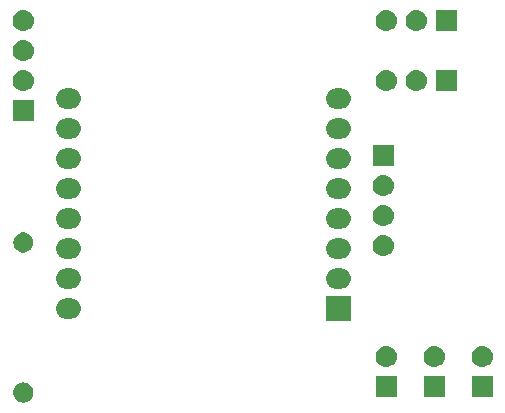
<source format=gbr>
G04 #@! TF.GenerationSoftware,KiCad,Pcbnew,(5.1.4)-1*
G04 #@! TF.CreationDate,2020-01-16T18:32:52+01:00*
G04 #@! TF.ProjectId,lumos-cache,6c756d6f-732d-4636-9163-68652e6b6963,rev?*
G04 #@! TF.SameCoordinates,Original*
G04 #@! TF.FileFunction,Soldermask,Bot*
G04 #@! TF.FilePolarity,Negative*
%FSLAX46Y46*%
G04 Gerber Fmt 4.6, Leading zero omitted, Abs format (unit mm)*
G04 Created by KiCad (PCBNEW (5.1.4)-1) date 2020-01-16 18:32:52*
%MOMM*%
%LPD*%
G04 APERTURE LIST*
%ADD10C,0.100000*%
G04 APERTURE END LIST*
D10*
G36*
X117768823Y-63931313D02*
G01*
X117929242Y-63979976D01*
X118061906Y-64050886D01*
X118077078Y-64058996D01*
X118206659Y-64165341D01*
X118313004Y-64294922D01*
X118313005Y-64294924D01*
X118392024Y-64442758D01*
X118440687Y-64603177D01*
X118457117Y-64770000D01*
X118440687Y-64936823D01*
X118392024Y-65097242D01*
X118321114Y-65229906D01*
X118313004Y-65245078D01*
X118206659Y-65374659D01*
X118077078Y-65481004D01*
X118077076Y-65481005D01*
X117929242Y-65560024D01*
X117768823Y-65608687D01*
X117643804Y-65621000D01*
X117560196Y-65621000D01*
X117435177Y-65608687D01*
X117274758Y-65560024D01*
X117126924Y-65481005D01*
X117126922Y-65481004D01*
X116997341Y-65374659D01*
X116890996Y-65245078D01*
X116882886Y-65229906D01*
X116811976Y-65097242D01*
X116763313Y-64936823D01*
X116746883Y-64770000D01*
X116763313Y-64603177D01*
X116811976Y-64442758D01*
X116890995Y-64294924D01*
X116890996Y-64294922D01*
X116997341Y-64165341D01*
X117126922Y-64058996D01*
X117142094Y-64050886D01*
X117274758Y-63979976D01*
X117435177Y-63931313D01*
X117560196Y-63919000D01*
X117643804Y-63919000D01*
X117768823Y-63931313D01*
X117768823Y-63931313D01*
G37*
G36*
X157365000Y-65163000D02*
G01*
X155563000Y-65163000D01*
X155563000Y-63361000D01*
X157365000Y-63361000D01*
X157365000Y-65163000D01*
X157365000Y-65163000D01*
G37*
G36*
X153301000Y-65163000D02*
G01*
X151499000Y-65163000D01*
X151499000Y-63361000D01*
X153301000Y-63361000D01*
X153301000Y-65163000D01*
X153301000Y-65163000D01*
G37*
G36*
X149237000Y-65163000D02*
G01*
X147435000Y-65163000D01*
X147435000Y-63361000D01*
X149237000Y-63361000D01*
X149237000Y-65163000D01*
X149237000Y-65163000D01*
G37*
G36*
X152510443Y-60827519D02*
G01*
X152576627Y-60834037D01*
X152746466Y-60885557D01*
X152902991Y-60969222D01*
X152938729Y-60998552D01*
X153040186Y-61081814D01*
X153123448Y-61183271D01*
X153152778Y-61219009D01*
X153236443Y-61375534D01*
X153287963Y-61545373D01*
X153305359Y-61722000D01*
X153287963Y-61898627D01*
X153236443Y-62068466D01*
X153152778Y-62224991D01*
X153123448Y-62260729D01*
X153040186Y-62362186D01*
X152938729Y-62445448D01*
X152902991Y-62474778D01*
X152746466Y-62558443D01*
X152576627Y-62609963D01*
X152510442Y-62616482D01*
X152444260Y-62623000D01*
X152355740Y-62623000D01*
X152289558Y-62616482D01*
X152223373Y-62609963D01*
X152053534Y-62558443D01*
X151897009Y-62474778D01*
X151861271Y-62445448D01*
X151759814Y-62362186D01*
X151676552Y-62260729D01*
X151647222Y-62224991D01*
X151563557Y-62068466D01*
X151512037Y-61898627D01*
X151494641Y-61722000D01*
X151512037Y-61545373D01*
X151563557Y-61375534D01*
X151647222Y-61219009D01*
X151676552Y-61183271D01*
X151759814Y-61081814D01*
X151861271Y-60998552D01*
X151897009Y-60969222D01*
X152053534Y-60885557D01*
X152223373Y-60834037D01*
X152289557Y-60827519D01*
X152355740Y-60821000D01*
X152444260Y-60821000D01*
X152510443Y-60827519D01*
X152510443Y-60827519D01*
G37*
G36*
X148446443Y-60827519D02*
G01*
X148512627Y-60834037D01*
X148682466Y-60885557D01*
X148838991Y-60969222D01*
X148874729Y-60998552D01*
X148976186Y-61081814D01*
X149059448Y-61183271D01*
X149088778Y-61219009D01*
X149172443Y-61375534D01*
X149223963Y-61545373D01*
X149241359Y-61722000D01*
X149223963Y-61898627D01*
X149172443Y-62068466D01*
X149088778Y-62224991D01*
X149059448Y-62260729D01*
X148976186Y-62362186D01*
X148874729Y-62445448D01*
X148838991Y-62474778D01*
X148682466Y-62558443D01*
X148512627Y-62609963D01*
X148446442Y-62616482D01*
X148380260Y-62623000D01*
X148291740Y-62623000D01*
X148225558Y-62616482D01*
X148159373Y-62609963D01*
X147989534Y-62558443D01*
X147833009Y-62474778D01*
X147797271Y-62445448D01*
X147695814Y-62362186D01*
X147612552Y-62260729D01*
X147583222Y-62224991D01*
X147499557Y-62068466D01*
X147448037Y-61898627D01*
X147430641Y-61722000D01*
X147448037Y-61545373D01*
X147499557Y-61375534D01*
X147583222Y-61219009D01*
X147612552Y-61183271D01*
X147695814Y-61081814D01*
X147797271Y-60998552D01*
X147833009Y-60969222D01*
X147989534Y-60885557D01*
X148159373Y-60834037D01*
X148225557Y-60827519D01*
X148291740Y-60821000D01*
X148380260Y-60821000D01*
X148446443Y-60827519D01*
X148446443Y-60827519D01*
G37*
G36*
X156574443Y-60827519D02*
G01*
X156640627Y-60834037D01*
X156810466Y-60885557D01*
X156966991Y-60969222D01*
X157002729Y-60998552D01*
X157104186Y-61081814D01*
X157187448Y-61183271D01*
X157216778Y-61219009D01*
X157300443Y-61375534D01*
X157351963Y-61545373D01*
X157369359Y-61722000D01*
X157351963Y-61898627D01*
X157300443Y-62068466D01*
X157216778Y-62224991D01*
X157187448Y-62260729D01*
X157104186Y-62362186D01*
X157002729Y-62445448D01*
X156966991Y-62474778D01*
X156810466Y-62558443D01*
X156640627Y-62609963D01*
X156574442Y-62616482D01*
X156508260Y-62623000D01*
X156419740Y-62623000D01*
X156353558Y-62616482D01*
X156287373Y-62609963D01*
X156117534Y-62558443D01*
X155961009Y-62474778D01*
X155925271Y-62445448D01*
X155823814Y-62362186D01*
X155740552Y-62260729D01*
X155711222Y-62224991D01*
X155627557Y-62068466D01*
X155576037Y-61898627D01*
X155558641Y-61722000D01*
X155576037Y-61545373D01*
X155627557Y-61375534D01*
X155711222Y-61219009D01*
X155740552Y-61183271D01*
X155823814Y-61081814D01*
X155925271Y-60998552D01*
X155961009Y-60969222D01*
X156117534Y-60885557D01*
X156287373Y-60834037D01*
X156353557Y-60827519D01*
X156419740Y-60821000D01*
X156508260Y-60821000D01*
X156574443Y-60827519D01*
X156574443Y-60827519D01*
G37*
G36*
X145323000Y-58709000D02*
G01*
X143221000Y-58709000D01*
X143221000Y-56607000D01*
X145323000Y-56607000D01*
X145323000Y-58709000D01*
X145323000Y-58709000D01*
G37*
G36*
X121778823Y-56819313D02*
G01*
X121939242Y-56867976D01*
X122071906Y-56938886D01*
X122087078Y-56946996D01*
X122216659Y-57053341D01*
X122323004Y-57182922D01*
X122323005Y-57182924D01*
X122402024Y-57330758D01*
X122450687Y-57491177D01*
X122467117Y-57658000D01*
X122450687Y-57824823D01*
X122402024Y-57985242D01*
X122331114Y-58117906D01*
X122323004Y-58133078D01*
X122216659Y-58262659D01*
X122087078Y-58369004D01*
X122087076Y-58369005D01*
X121939242Y-58448024D01*
X121778823Y-58496687D01*
X121653804Y-58509000D01*
X121170196Y-58509000D01*
X121045177Y-58496687D01*
X120884758Y-58448024D01*
X120736924Y-58369005D01*
X120736922Y-58369004D01*
X120607341Y-58262659D01*
X120500996Y-58133078D01*
X120492886Y-58117906D01*
X120421976Y-57985242D01*
X120373313Y-57824823D01*
X120356883Y-57658000D01*
X120373313Y-57491177D01*
X120421976Y-57330758D01*
X120500995Y-57182924D01*
X120500996Y-57182922D01*
X120607341Y-57053341D01*
X120736922Y-56946996D01*
X120752094Y-56938886D01*
X120884758Y-56867976D01*
X121045177Y-56819313D01*
X121170196Y-56807000D01*
X121653804Y-56807000D01*
X121778823Y-56819313D01*
X121778823Y-56819313D01*
G37*
G36*
X121778823Y-54279313D02*
G01*
X121939242Y-54327976D01*
X122071906Y-54398886D01*
X122087078Y-54406996D01*
X122216659Y-54513341D01*
X122323004Y-54642922D01*
X122323005Y-54642924D01*
X122402024Y-54790758D01*
X122450687Y-54951177D01*
X122467117Y-55118000D01*
X122450687Y-55284823D01*
X122402024Y-55445242D01*
X122331114Y-55577906D01*
X122323004Y-55593078D01*
X122216659Y-55722659D01*
X122087078Y-55829004D01*
X122087076Y-55829005D01*
X121939242Y-55908024D01*
X121778823Y-55956687D01*
X121653804Y-55969000D01*
X121170196Y-55969000D01*
X121045177Y-55956687D01*
X120884758Y-55908024D01*
X120736924Y-55829005D01*
X120736922Y-55829004D01*
X120607341Y-55722659D01*
X120500996Y-55593078D01*
X120492886Y-55577906D01*
X120421976Y-55445242D01*
X120373313Y-55284823D01*
X120356883Y-55118000D01*
X120373313Y-54951177D01*
X120421976Y-54790758D01*
X120500995Y-54642924D01*
X120500996Y-54642922D01*
X120607341Y-54513341D01*
X120736922Y-54406996D01*
X120752094Y-54398886D01*
X120884758Y-54327976D01*
X121045177Y-54279313D01*
X121170196Y-54267000D01*
X121653804Y-54267000D01*
X121778823Y-54279313D01*
X121778823Y-54279313D01*
G37*
G36*
X144638823Y-54279313D02*
G01*
X144799242Y-54327976D01*
X144931906Y-54398886D01*
X144947078Y-54406996D01*
X145076659Y-54513341D01*
X145183004Y-54642922D01*
X145183005Y-54642924D01*
X145262024Y-54790758D01*
X145310687Y-54951177D01*
X145327117Y-55118000D01*
X145310687Y-55284823D01*
X145262024Y-55445242D01*
X145191114Y-55577906D01*
X145183004Y-55593078D01*
X145076659Y-55722659D01*
X144947078Y-55829004D01*
X144947076Y-55829005D01*
X144799242Y-55908024D01*
X144638823Y-55956687D01*
X144513804Y-55969000D01*
X144030196Y-55969000D01*
X143905177Y-55956687D01*
X143744758Y-55908024D01*
X143596924Y-55829005D01*
X143596922Y-55829004D01*
X143467341Y-55722659D01*
X143360996Y-55593078D01*
X143352886Y-55577906D01*
X143281976Y-55445242D01*
X143233313Y-55284823D01*
X143216883Y-55118000D01*
X143233313Y-54951177D01*
X143281976Y-54790758D01*
X143360995Y-54642924D01*
X143360996Y-54642922D01*
X143467341Y-54513341D01*
X143596922Y-54406996D01*
X143612094Y-54398886D01*
X143744758Y-54327976D01*
X143905177Y-54279313D01*
X144030196Y-54267000D01*
X144513804Y-54267000D01*
X144638823Y-54279313D01*
X144638823Y-54279313D01*
G37*
G36*
X121778823Y-51739313D02*
G01*
X121939242Y-51787976D01*
X122071906Y-51858886D01*
X122087078Y-51866996D01*
X122216659Y-51973341D01*
X122323004Y-52102922D01*
X122323005Y-52102924D01*
X122402024Y-52250758D01*
X122450687Y-52411177D01*
X122467117Y-52578000D01*
X122450687Y-52744823D01*
X122402024Y-52905242D01*
X122331114Y-53037906D01*
X122323004Y-53053078D01*
X122216659Y-53182659D01*
X122087078Y-53289004D01*
X122087076Y-53289005D01*
X121939242Y-53368024D01*
X121778823Y-53416687D01*
X121653804Y-53429000D01*
X121170196Y-53429000D01*
X121045177Y-53416687D01*
X120884758Y-53368024D01*
X120736924Y-53289005D01*
X120736922Y-53289004D01*
X120607341Y-53182659D01*
X120500996Y-53053078D01*
X120492886Y-53037906D01*
X120421976Y-52905242D01*
X120373313Y-52744823D01*
X120356883Y-52578000D01*
X120373313Y-52411177D01*
X120421976Y-52250758D01*
X120500995Y-52102924D01*
X120500996Y-52102922D01*
X120607341Y-51973341D01*
X120736922Y-51866996D01*
X120752094Y-51858886D01*
X120884758Y-51787976D01*
X121045177Y-51739313D01*
X121170196Y-51727000D01*
X121653804Y-51727000D01*
X121778823Y-51739313D01*
X121778823Y-51739313D01*
G37*
G36*
X144638823Y-51739313D02*
G01*
X144799242Y-51787976D01*
X144931906Y-51858886D01*
X144947078Y-51866996D01*
X145076659Y-51973341D01*
X145183004Y-52102922D01*
X145183005Y-52102924D01*
X145262024Y-52250758D01*
X145310687Y-52411177D01*
X145327117Y-52578000D01*
X145310687Y-52744823D01*
X145262024Y-52905242D01*
X145191114Y-53037906D01*
X145183004Y-53053078D01*
X145076659Y-53182659D01*
X144947078Y-53289004D01*
X144947076Y-53289005D01*
X144799242Y-53368024D01*
X144638823Y-53416687D01*
X144513804Y-53429000D01*
X144030196Y-53429000D01*
X143905177Y-53416687D01*
X143744758Y-53368024D01*
X143596924Y-53289005D01*
X143596922Y-53289004D01*
X143467341Y-53182659D01*
X143360996Y-53053078D01*
X143352886Y-53037906D01*
X143281976Y-52905242D01*
X143233313Y-52744823D01*
X143216883Y-52578000D01*
X143233313Y-52411177D01*
X143281976Y-52250758D01*
X143360995Y-52102924D01*
X143360996Y-52102922D01*
X143467341Y-51973341D01*
X143596922Y-51866996D01*
X143612094Y-51858886D01*
X143744758Y-51787976D01*
X143905177Y-51739313D01*
X144030196Y-51727000D01*
X144513804Y-51727000D01*
X144638823Y-51739313D01*
X144638823Y-51739313D01*
G37*
G36*
X148192443Y-51429519D02*
G01*
X148258627Y-51436037D01*
X148428466Y-51487557D01*
X148584991Y-51571222D01*
X148620729Y-51600552D01*
X148722186Y-51683814D01*
X148805448Y-51785271D01*
X148834778Y-51821009D01*
X148918443Y-51977534D01*
X148969963Y-52147373D01*
X148987359Y-52324000D01*
X148969963Y-52500627D01*
X148918443Y-52670466D01*
X148834778Y-52826991D01*
X148805448Y-52862729D01*
X148722186Y-52964186D01*
X148620729Y-53047448D01*
X148584991Y-53076778D01*
X148428466Y-53160443D01*
X148258627Y-53211963D01*
X148192442Y-53218482D01*
X148126260Y-53225000D01*
X148037740Y-53225000D01*
X147971558Y-53218482D01*
X147905373Y-53211963D01*
X147735534Y-53160443D01*
X147579009Y-53076778D01*
X147543271Y-53047448D01*
X147441814Y-52964186D01*
X147358552Y-52862729D01*
X147329222Y-52826991D01*
X147245557Y-52670466D01*
X147194037Y-52500627D01*
X147176641Y-52324000D01*
X147194037Y-52147373D01*
X147245557Y-51977534D01*
X147329222Y-51821009D01*
X147358552Y-51785271D01*
X147441814Y-51683814D01*
X147543271Y-51600552D01*
X147579009Y-51571222D01*
X147735534Y-51487557D01*
X147905373Y-51436037D01*
X147971557Y-51429519D01*
X148037740Y-51423000D01*
X148126260Y-51423000D01*
X148192443Y-51429519D01*
X148192443Y-51429519D01*
G37*
G36*
X117850228Y-51251703D02*
G01*
X118005100Y-51315853D01*
X118144481Y-51408985D01*
X118263015Y-51527519D01*
X118356147Y-51666900D01*
X118420297Y-51821772D01*
X118453000Y-51986184D01*
X118453000Y-52153816D01*
X118420297Y-52318228D01*
X118356147Y-52473100D01*
X118263015Y-52612481D01*
X118144481Y-52731015D01*
X118005100Y-52824147D01*
X117850228Y-52888297D01*
X117685816Y-52921000D01*
X117518184Y-52921000D01*
X117353772Y-52888297D01*
X117198900Y-52824147D01*
X117059519Y-52731015D01*
X116940985Y-52612481D01*
X116847853Y-52473100D01*
X116783703Y-52318228D01*
X116751000Y-52153816D01*
X116751000Y-51986184D01*
X116783703Y-51821772D01*
X116847853Y-51666900D01*
X116940985Y-51527519D01*
X117059519Y-51408985D01*
X117198900Y-51315853D01*
X117353772Y-51251703D01*
X117518184Y-51219000D01*
X117685816Y-51219000D01*
X117850228Y-51251703D01*
X117850228Y-51251703D01*
G37*
G36*
X144638823Y-49199313D02*
G01*
X144799242Y-49247976D01*
X144931906Y-49318886D01*
X144947078Y-49326996D01*
X145076659Y-49433341D01*
X145183004Y-49562922D01*
X145183005Y-49562924D01*
X145262024Y-49710758D01*
X145310687Y-49871177D01*
X145327117Y-50038000D01*
X145310687Y-50204823D01*
X145262024Y-50365242D01*
X145191114Y-50497906D01*
X145183004Y-50513078D01*
X145076659Y-50642659D01*
X144947078Y-50749004D01*
X144947076Y-50749005D01*
X144799242Y-50828024D01*
X144638823Y-50876687D01*
X144513804Y-50889000D01*
X144030196Y-50889000D01*
X143905177Y-50876687D01*
X143744758Y-50828024D01*
X143596924Y-50749005D01*
X143596922Y-50749004D01*
X143467341Y-50642659D01*
X143360996Y-50513078D01*
X143352886Y-50497906D01*
X143281976Y-50365242D01*
X143233313Y-50204823D01*
X143216883Y-50038000D01*
X143233313Y-49871177D01*
X143281976Y-49710758D01*
X143360995Y-49562924D01*
X143360996Y-49562922D01*
X143467341Y-49433341D01*
X143596922Y-49326996D01*
X143612094Y-49318886D01*
X143744758Y-49247976D01*
X143905177Y-49199313D01*
X144030196Y-49187000D01*
X144513804Y-49187000D01*
X144638823Y-49199313D01*
X144638823Y-49199313D01*
G37*
G36*
X121778823Y-49199313D02*
G01*
X121939242Y-49247976D01*
X122071906Y-49318886D01*
X122087078Y-49326996D01*
X122216659Y-49433341D01*
X122323004Y-49562922D01*
X122323005Y-49562924D01*
X122402024Y-49710758D01*
X122450687Y-49871177D01*
X122467117Y-50038000D01*
X122450687Y-50204823D01*
X122402024Y-50365242D01*
X122331114Y-50497906D01*
X122323004Y-50513078D01*
X122216659Y-50642659D01*
X122087078Y-50749004D01*
X122087076Y-50749005D01*
X121939242Y-50828024D01*
X121778823Y-50876687D01*
X121653804Y-50889000D01*
X121170196Y-50889000D01*
X121045177Y-50876687D01*
X120884758Y-50828024D01*
X120736924Y-50749005D01*
X120736922Y-50749004D01*
X120607341Y-50642659D01*
X120500996Y-50513078D01*
X120492886Y-50497906D01*
X120421976Y-50365242D01*
X120373313Y-50204823D01*
X120356883Y-50038000D01*
X120373313Y-49871177D01*
X120421976Y-49710758D01*
X120500995Y-49562924D01*
X120500996Y-49562922D01*
X120607341Y-49433341D01*
X120736922Y-49326996D01*
X120752094Y-49318886D01*
X120884758Y-49247976D01*
X121045177Y-49199313D01*
X121170196Y-49187000D01*
X121653804Y-49187000D01*
X121778823Y-49199313D01*
X121778823Y-49199313D01*
G37*
G36*
X148192443Y-48889519D02*
G01*
X148258627Y-48896037D01*
X148428466Y-48947557D01*
X148584991Y-49031222D01*
X148620729Y-49060552D01*
X148722186Y-49143814D01*
X148805448Y-49245271D01*
X148834778Y-49281009D01*
X148918443Y-49437534D01*
X148969963Y-49607373D01*
X148987359Y-49784000D01*
X148969963Y-49960627D01*
X148918443Y-50130466D01*
X148834778Y-50286991D01*
X148805448Y-50322729D01*
X148722186Y-50424186D01*
X148620729Y-50507448D01*
X148584991Y-50536778D01*
X148428466Y-50620443D01*
X148258627Y-50671963D01*
X148192443Y-50678481D01*
X148126260Y-50685000D01*
X148037740Y-50685000D01*
X147971557Y-50678481D01*
X147905373Y-50671963D01*
X147735534Y-50620443D01*
X147579009Y-50536778D01*
X147543271Y-50507448D01*
X147441814Y-50424186D01*
X147358552Y-50322729D01*
X147329222Y-50286991D01*
X147245557Y-50130466D01*
X147194037Y-49960627D01*
X147176641Y-49784000D01*
X147194037Y-49607373D01*
X147245557Y-49437534D01*
X147329222Y-49281009D01*
X147358552Y-49245271D01*
X147441814Y-49143814D01*
X147543271Y-49060552D01*
X147579009Y-49031222D01*
X147735534Y-48947557D01*
X147905373Y-48896037D01*
X147971557Y-48889519D01*
X148037740Y-48883000D01*
X148126260Y-48883000D01*
X148192443Y-48889519D01*
X148192443Y-48889519D01*
G37*
G36*
X144638823Y-46659313D02*
G01*
X144799242Y-46707976D01*
X144931906Y-46778886D01*
X144947078Y-46786996D01*
X145076659Y-46893341D01*
X145183004Y-47022922D01*
X145183005Y-47022924D01*
X145262024Y-47170758D01*
X145310687Y-47331177D01*
X145327117Y-47498000D01*
X145310687Y-47664823D01*
X145262024Y-47825242D01*
X145191114Y-47957906D01*
X145183004Y-47973078D01*
X145076659Y-48102659D01*
X144947078Y-48209004D01*
X144947076Y-48209005D01*
X144799242Y-48288024D01*
X144638823Y-48336687D01*
X144513804Y-48349000D01*
X144030196Y-48349000D01*
X143905177Y-48336687D01*
X143744758Y-48288024D01*
X143596924Y-48209005D01*
X143596922Y-48209004D01*
X143467341Y-48102659D01*
X143360996Y-47973078D01*
X143352886Y-47957906D01*
X143281976Y-47825242D01*
X143233313Y-47664823D01*
X143216883Y-47498000D01*
X143233313Y-47331177D01*
X143281976Y-47170758D01*
X143360995Y-47022924D01*
X143360996Y-47022922D01*
X143467341Y-46893341D01*
X143596922Y-46786996D01*
X143612094Y-46778886D01*
X143744758Y-46707976D01*
X143905177Y-46659313D01*
X144030196Y-46647000D01*
X144513804Y-46647000D01*
X144638823Y-46659313D01*
X144638823Y-46659313D01*
G37*
G36*
X121778823Y-46659313D02*
G01*
X121939242Y-46707976D01*
X122071906Y-46778886D01*
X122087078Y-46786996D01*
X122216659Y-46893341D01*
X122323004Y-47022922D01*
X122323005Y-47022924D01*
X122402024Y-47170758D01*
X122450687Y-47331177D01*
X122467117Y-47498000D01*
X122450687Y-47664823D01*
X122402024Y-47825242D01*
X122331114Y-47957906D01*
X122323004Y-47973078D01*
X122216659Y-48102659D01*
X122087078Y-48209004D01*
X122087076Y-48209005D01*
X121939242Y-48288024D01*
X121778823Y-48336687D01*
X121653804Y-48349000D01*
X121170196Y-48349000D01*
X121045177Y-48336687D01*
X120884758Y-48288024D01*
X120736924Y-48209005D01*
X120736922Y-48209004D01*
X120607341Y-48102659D01*
X120500996Y-47973078D01*
X120492886Y-47957906D01*
X120421976Y-47825242D01*
X120373313Y-47664823D01*
X120356883Y-47498000D01*
X120373313Y-47331177D01*
X120421976Y-47170758D01*
X120500995Y-47022924D01*
X120500996Y-47022922D01*
X120607341Y-46893341D01*
X120736922Y-46786996D01*
X120752094Y-46778886D01*
X120884758Y-46707976D01*
X121045177Y-46659313D01*
X121170196Y-46647000D01*
X121653804Y-46647000D01*
X121778823Y-46659313D01*
X121778823Y-46659313D01*
G37*
G36*
X148192443Y-46349519D02*
G01*
X148258627Y-46356037D01*
X148428466Y-46407557D01*
X148584991Y-46491222D01*
X148620729Y-46520552D01*
X148722186Y-46603814D01*
X148805448Y-46705271D01*
X148834778Y-46741009D01*
X148918443Y-46897534D01*
X148969963Y-47067373D01*
X148987359Y-47244000D01*
X148969963Y-47420627D01*
X148918443Y-47590466D01*
X148834778Y-47746991D01*
X148805448Y-47782729D01*
X148722186Y-47884186D01*
X148620729Y-47967448D01*
X148584991Y-47996778D01*
X148428466Y-48080443D01*
X148258627Y-48131963D01*
X148192443Y-48138481D01*
X148126260Y-48145000D01*
X148037740Y-48145000D01*
X147971558Y-48138482D01*
X147905373Y-48131963D01*
X147735534Y-48080443D01*
X147579009Y-47996778D01*
X147543271Y-47967448D01*
X147441814Y-47884186D01*
X147358552Y-47782729D01*
X147329222Y-47746991D01*
X147245557Y-47590466D01*
X147194037Y-47420627D01*
X147176641Y-47244000D01*
X147194037Y-47067373D01*
X147245557Y-46897534D01*
X147329222Y-46741009D01*
X147358552Y-46705271D01*
X147441814Y-46603814D01*
X147543271Y-46520552D01*
X147579009Y-46491222D01*
X147735534Y-46407557D01*
X147905373Y-46356037D01*
X147971557Y-46349519D01*
X148037740Y-46343000D01*
X148126260Y-46343000D01*
X148192443Y-46349519D01*
X148192443Y-46349519D01*
G37*
G36*
X144638823Y-44119313D02*
G01*
X144799242Y-44167976D01*
X144931906Y-44238886D01*
X144947078Y-44246996D01*
X145076659Y-44353341D01*
X145183004Y-44482922D01*
X145183005Y-44482924D01*
X145262024Y-44630758D01*
X145310687Y-44791177D01*
X145327117Y-44958000D01*
X145310687Y-45124823D01*
X145262024Y-45285242D01*
X145191114Y-45417906D01*
X145183004Y-45433078D01*
X145076659Y-45562659D01*
X144947078Y-45669004D01*
X144947076Y-45669005D01*
X144799242Y-45748024D01*
X144638823Y-45796687D01*
X144513804Y-45809000D01*
X144030196Y-45809000D01*
X143905177Y-45796687D01*
X143744758Y-45748024D01*
X143596924Y-45669005D01*
X143596922Y-45669004D01*
X143467341Y-45562659D01*
X143360996Y-45433078D01*
X143352886Y-45417906D01*
X143281976Y-45285242D01*
X143233313Y-45124823D01*
X143216883Y-44958000D01*
X143233313Y-44791177D01*
X143281976Y-44630758D01*
X143360995Y-44482924D01*
X143360996Y-44482922D01*
X143467341Y-44353341D01*
X143596922Y-44246996D01*
X143612094Y-44238886D01*
X143744758Y-44167976D01*
X143905177Y-44119313D01*
X144030196Y-44107000D01*
X144513804Y-44107000D01*
X144638823Y-44119313D01*
X144638823Y-44119313D01*
G37*
G36*
X121778823Y-44119313D02*
G01*
X121939242Y-44167976D01*
X122071906Y-44238886D01*
X122087078Y-44246996D01*
X122216659Y-44353341D01*
X122323004Y-44482922D01*
X122323005Y-44482924D01*
X122402024Y-44630758D01*
X122450687Y-44791177D01*
X122467117Y-44958000D01*
X122450687Y-45124823D01*
X122402024Y-45285242D01*
X122331114Y-45417906D01*
X122323004Y-45433078D01*
X122216659Y-45562659D01*
X122087078Y-45669004D01*
X122087076Y-45669005D01*
X121939242Y-45748024D01*
X121778823Y-45796687D01*
X121653804Y-45809000D01*
X121170196Y-45809000D01*
X121045177Y-45796687D01*
X120884758Y-45748024D01*
X120736924Y-45669005D01*
X120736922Y-45669004D01*
X120607341Y-45562659D01*
X120500996Y-45433078D01*
X120492886Y-45417906D01*
X120421976Y-45285242D01*
X120373313Y-45124823D01*
X120356883Y-44958000D01*
X120373313Y-44791177D01*
X120421976Y-44630758D01*
X120500995Y-44482924D01*
X120500996Y-44482922D01*
X120607341Y-44353341D01*
X120736922Y-44246996D01*
X120752094Y-44238886D01*
X120884758Y-44167976D01*
X121045177Y-44119313D01*
X121170196Y-44107000D01*
X121653804Y-44107000D01*
X121778823Y-44119313D01*
X121778823Y-44119313D01*
G37*
G36*
X148983000Y-45605000D02*
G01*
X147181000Y-45605000D01*
X147181000Y-43803000D01*
X148983000Y-43803000D01*
X148983000Y-45605000D01*
X148983000Y-45605000D01*
G37*
G36*
X144638823Y-41579313D02*
G01*
X144799242Y-41627976D01*
X144931906Y-41698886D01*
X144947078Y-41706996D01*
X145076659Y-41813341D01*
X145183004Y-41942922D01*
X145183005Y-41942924D01*
X145262024Y-42090758D01*
X145310687Y-42251177D01*
X145327117Y-42418000D01*
X145310687Y-42584823D01*
X145262024Y-42745242D01*
X145191114Y-42877906D01*
X145183004Y-42893078D01*
X145076659Y-43022659D01*
X144947078Y-43129004D01*
X144947076Y-43129005D01*
X144799242Y-43208024D01*
X144638823Y-43256687D01*
X144513804Y-43269000D01*
X144030196Y-43269000D01*
X143905177Y-43256687D01*
X143744758Y-43208024D01*
X143596924Y-43129005D01*
X143596922Y-43129004D01*
X143467341Y-43022659D01*
X143360996Y-42893078D01*
X143352886Y-42877906D01*
X143281976Y-42745242D01*
X143233313Y-42584823D01*
X143216883Y-42418000D01*
X143233313Y-42251177D01*
X143281976Y-42090758D01*
X143360995Y-41942924D01*
X143360996Y-41942922D01*
X143467341Y-41813341D01*
X143596922Y-41706996D01*
X143612094Y-41698886D01*
X143744758Y-41627976D01*
X143905177Y-41579313D01*
X144030196Y-41567000D01*
X144513804Y-41567000D01*
X144638823Y-41579313D01*
X144638823Y-41579313D01*
G37*
G36*
X121778823Y-41579313D02*
G01*
X121939242Y-41627976D01*
X122071906Y-41698886D01*
X122087078Y-41706996D01*
X122216659Y-41813341D01*
X122323004Y-41942922D01*
X122323005Y-41942924D01*
X122402024Y-42090758D01*
X122450687Y-42251177D01*
X122467117Y-42418000D01*
X122450687Y-42584823D01*
X122402024Y-42745242D01*
X122331114Y-42877906D01*
X122323004Y-42893078D01*
X122216659Y-43022659D01*
X122087078Y-43129004D01*
X122087076Y-43129005D01*
X121939242Y-43208024D01*
X121778823Y-43256687D01*
X121653804Y-43269000D01*
X121170196Y-43269000D01*
X121045177Y-43256687D01*
X120884758Y-43208024D01*
X120736924Y-43129005D01*
X120736922Y-43129004D01*
X120607341Y-43022659D01*
X120500996Y-42893078D01*
X120492886Y-42877906D01*
X120421976Y-42745242D01*
X120373313Y-42584823D01*
X120356883Y-42418000D01*
X120373313Y-42251177D01*
X120421976Y-42090758D01*
X120500995Y-41942924D01*
X120500996Y-41942922D01*
X120607341Y-41813341D01*
X120736922Y-41706996D01*
X120752094Y-41698886D01*
X120884758Y-41627976D01*
X121045177Y-41579313D01*
X121170196Y-41567000D01*
X121653804Y-41567000D01*
X121778823Y-41579313D01*
X121778823Y-41579313D01*
G37*
G36*
X118503000Y-41795000D02*
G01*
X116701000Y-41795000D01*
X116701000Y-39993000D01*
X118503000Y-39993000D01*
X118503000Y-41795000D01*
X118503000Y-41795000D01*
G37*
G36*
X144638823Y-39039313D02*
G01*
X144799242Y-39087976D01*
X144931906Y-39158886D01*
X144947078Y-39166996D01*
X145076659Y-39273341D01*
X145183004Y-39402922D01*
X145183005Y-39402924D01*
X145262024Y-39550758D01*
X145310687Y-39711177D01*
X145327117Y-39878000D01*
X145310687Y-40044823D01*
X145262024Y-40205242D01*
X145191114Y-40337906D01*
X145183004Y-40353078D01*
X145076659Y-40482659D01*
X144947078Y-40589004D01*
X144947076Y-40589005D01*
X144799242Y-40668024D01*
X144638823Y-40716687D01*
X144513804Y-40729000D01*
X144030196Y-40729000D01*
X143905177Y-40716687D01*
X143744758Y-40668024D01*
X143596924Y-40589005D01*
X143596922Y-40589004D01*
X143467341Y-40482659D01*
X143360996Y-40353078D01*
X143352886Y-40337906D01*
X143281976Y-40205242D01*
X143233313Y-40044823D01*
X143216883Y-39878000D01*
X143233313Y-39711177D01*
X143281976Y-39550758D01*
X143360995Y-39402924D01*
X143360996Y-39402922D01*
X143467341Y-39273341D01*
X143596922Y-39166996D01*
X143612094Y-39158886D01*
X143744758Y-39087976D01*
X143905177Y-39039313D01*
X144030196Y-39027000D01*
X144513804Y-39027000D01*
X144638823Y-39039313D01*
X144638823Y-39039313D01*
G37*
G36*
X121778823Y-39039313D02*
G01*
X121939242Y-39087976D01*
X122071906Y-39158886D01*
X122087078Y-39166996D01*
X122216659Y-39273341D01*
X122323004Y-39402922D01*
X122323005Y-39402924D01*
X122402024Y-39550758D01*
X122450687Y-39711177D01*
X122467117Y-39878000D01*
X122450687Y-40044823D01*
X122402024Y-40205242D01*
X122331114Y-40337906D01*
X122323004Y-40353078D01*
X122216659Y-40482659D01*
X122087078Y-40589004D01*
X122087076Y-40589005D01*
X121939242Y-40668024D01*
X121778823Y-40716687D01*
X121653804Y-40729000D01*
X121170196Y-40729000D01*
X121045177Y-40716687D01*
X120884758Y-40668024D01*
X120736924Y-40589005D01*
X120736922Y-40589004D01*
X120607341Y-40482659D01*
X120500996Y-40353078D01*
X120492886Y-40337906D01*
X120421976Y-40205242D01*
X120373313Y-40044823D01*
X120356883Y-39878000D01*
X120373313Y-39711177D01*
X120421976Y-39550758D01*
X120500995Y-39402924D01*
X120500996Y-39402922D01*
X120607341Y-39273341D01*
X120736922Y-39166996D01*
X120752094Y-39158886D01*
X120884758Y-39087976D01*
X121045177Y-39039313D01*
X121170196Y-39027000D01*
X121653804Y-39027000D01*
X121778823Y-39039313D01*
X121778823Y-39039313D01*
G37*
G36*
X154317000Y-39255000D02*
G01*
X152515000Y-39255000D01*
X152515000Y-37453000D01*
X154317000Y-37453000D01*
X154317000Y-39255000D01*
X154317000Y-39255000D01*
G37*
G36*
X150986442Y-37459518D02*
G01*
X151052627Y-37466037D01*
X151222466Y-37517557D01*
X151378991Y-37601222D01*
X151414729Y-37630552D01*
X151516186Y-37713814D01*
X151599448Y-37815271D01*
X151628778Y-37851009D01*
X151712443Y-38007534D01*
X151763963Y-38177373D01*
X151781359Y-38354000D01*
X151763963Y-38530627D01*
X151712443Y-38700466D01*
X151628778Y-38856991D01*
X151599448Y-38892729D01*
X151516186Y-38994186D01*
X151414729Y-39077448D01*
X151378991Y-39106778D01*
X151222466Y-39190443D01*
X151052627Y-39241963D01*
X150986442Y-39248482D01*
X150920260Y-39255000D01*
X150831740Y-39255000D01*
X150765558Y-39248482D01*
X150699373Y-39241963D01*
X150529534Y-39190443D01*
X150373009Y-39106778D01*
X150337271Y-39077448D01*
X150235814Y-38994186D01*
X150152552Y-38892729D01*
X150123222Y-38856991D01*
X150039557Y-38700466D01*
X149988037Y-38530627D01*
X149970641Y-38354000D01*
X149988037Y-38177373D01*
X150039557Y-38007534D01*
X150123222Y-37851009D01*
X150152552Y-37815271D01*
X150235814Y-37713814D01*
X150337271Y-37630552D01*
X150373009Y-37601222D01*
X150529534Y-37517557D01*
X150699373Y-37466037D01*
X150765558Y-37459518D01*
X150831740Y-37453000D01*
X150920260Y-37453000D01*
X150986442Y-37459518D01*
X150986442Y-37459518D01*
G37*
G36*
X148446442Y-37459518D02*
G01*
X148512627Y-37466037D01*
X148682466Y-37517557D01*
X148838991Y-37601222D01*
X148874729Y-37630552D01*
X148976186Y-37713814D01*
X149059448Y-37815271D01*
X149088778Y-37851009D01*
X149172443Y-38007534D01*
X149223963Y-38177373D01*
X149241359Y-38354000D01*
X149223963Y-38530627D01*
X149172443Y-38700466D01*
X149088778Y-38856991D01*
X149059448Y-38892729D01*
X148976186Y-38994186D01*
X148874729Y-39077448D01*
X148838991Y-39106778D01*
X148682466Y-39190443D01*
X148512627Y-39241963D01*
X148446442Y-39248482D01*
X148380260Y-39255000D01*
X148291740Y-39255000D01*
X148225558Y-39248482D01*
X148159373Y-39241963D01*
X147989534Y-39190443D01*
X147833009Y-39106778D01*
X147797271Y-39077448D01*
X147695814Y-38994186D01*
X147612552Y-38892729D01*
X147583222Y-38856991D01*
X147499557Y-38700466D01*
X147448037Y-38530627D01*
X147430641Y-38354000D01*
X147448037Y-38177373D01*
X147499557Y-38007534D01*
X147583222Y-37851009D01*
X147612552Y-37815271D01*
X147695814Y-37713814D01*
X147797271Y-37630552D01*
X147833009Y-37601222D01*
X147989534Y-37517557D01*
X148159373Y-37466037D01*
X148225558Y-37459518D01*
X148291740Y-37453000D01*
X148380260Y-37453000D01*
X148446442Y-37459518D01*
X148446442Y-37459518D01*
G37*
G36*
X117712442Y-37459518D02*
G01*
X117778627Y-37466037D01*
X117948466Y-37517557D01*
X118104991Y-37601222D01*
X118140729Y-37630552D01*
X118242186Y-37713814D01*
X118325448Y-37815271D01*
X118354778Y-37851009D01*
X118438443Y-38007534D01*
X118489963Y-38177373D01*
X118507359Y-38354000D01*
X118489963Y-38530627D01*
X118438443Y-38700466D01*
X118354778Y-38856991D01*
X118325448Y-38892729D01*
X118242186Y-38994186D01*
X118140729Y-39077448D01*
X118104991Y-39106778D01*
X117948466Y-39190443D01*
X117778627Y-39241963D01*
X117712442Y-39248482D01*
X117646260Y-39255000D01*
X117557740Y-39255000D01*
X117491558Y-39248482D01*
X117425373Y-39241963D01*
X117255534Y-39190443D01*
X117099009Y-39106778D01*
X117063271Y-39077448D01*
X116961814Y-38994186D01*
X116878552Y-38892729D01*
X116849222Y-38856991D01*
X116765557Y-38700466D01*
X116714037Y-38530627D01*
X116696641Y-38354000D01*
X116714037Y-38177373D01*
X116765557Y-38007534D01*
X116849222Y-37851009D01*
X116878552Y-37815271D01*
X116961814Y-37713814D01*
X117063271Y-37630552D01*
X117099009Y-37601222D01*
X117255534Y-37517557D01*
X117425373Y-37466037D01*
X117491558Y-37459518D01*
X117557740Y-37453000D01*
X117646260Y-37453000D01*
X117712442Y-37459518D01*
X117712442Y-37459518D01*
G37*
G36*
X117712442Y-34919518D02*
G01*
X117778627Y-34926037D01*
X117948466Y-34977557D01*
X118104991Y-35061222D01*
X118140729Y-35090552D01*
X118242186Y-35173814D01*
X118325448Y-35275271D01*
X118354778Y-35311009D01*
X118438443Y-35467534D01*
X118489963Y-35637373D01*
X118507359Y-35814000D01*
X118489963Y-35990627D01*
X118438443Y-36160466D01*
X118354778Y-36316991D01*
X118325448Y-36352729D01*
X118242186Y-36454186D01*
X118140729Y-36537448D01*
X118104991Y-36566778D01*
X117948466Y-36650443D01*
X117778627Y-36701963D01*
X117712443Y-36708481D01*
X117646260Y-36715000D01*
X117557740Y-36715000D01*
X117491557Y-36708481D01*
X117425373Y-36701963D01*
X117255534Y-36650443D01*
X117099009Y-36566778D01*
X117063271Y-36537448D01*
X116961814Y-36454186D01*
X116878552Y-36352729D01*
X116849222Y-36316991D01*
X116765557Y-36160466D01*
X116714037Y-35990627D01*
X116696641Y-35814000D01*
X116714037Y-35637373D01*
X116765557Y-35467534D01*
X116849222Y-35311009D01*
X116878552Y-35275271D01*
X116961814Y-35173814D01*
X117063271Y-35090552D01*
X117099009Y-35061222D01*
X117255534Y-34977557D01*
X117425373Y-34926037D01*
X117491558Y-34919518D01*
X117557740Y-34913000D01*
X117646260Y-34913000D01*
X117712442Y-34919518D01*
X117712442Y-34919518D01*
G37*
G36*
X148446442Y-32379518D02*
G01*
X148512627Y-32386037D01*
X148682466Y-32437557D01*
X148838991Y-32521222D01*
X148874729Y-32550552D01*
X148976186Y-32633814D01*
X149059448Y-32735271D01*
X149088778Y-32771009D01*
X149172443Y-32927534D01*
X149223963Y-33097373D01*
X149241359Y-33274000D01*
X149223963Y-33450627D01*
X149172443Y-33620466D01*
X149088778Y-33776991D01*
X149059448Y-33812729D01*
X148976186Y-33914186D01*
X148874729Y-33997448D01*
X148838991Y-34026778D01*
X148682466Y-34110443D01*
X148512627Y-34161963D01*
X148446442Y-34168482D01*
X148380260Y-34175000D01*
X148291740Y-34175000D01*
X148225558Y-34168482D01*
X148159373Y-34161963D01*
X147989534Y-34110443D01*
X147833009Y-34026778D01*
X147797271Y-33997448D01*
X147695814Y-33914186D01*
X147612552Y-33812729D01*
X147583222Y-33776991D01*
X147499557Y-33620466D01*
X147448037Y-33450627D01*
X147430641Y-33274000D01*
X147448037Y-33097373D01*
X147499557Y-32927534D01*
X147583222Y-32771009D01*
X147612552Y-32735271D01*
X147695814Y-32633814D01*
X147797271Y-32550552D01*
X147833009Y-32521222D01*
X147989534Y-32437557D01*
X148159373Y-32386037D01*
X148225558Y-32379518D01*
X148291740Y-32373000D01*
X148380260Y-32373000D01*
X148446442Y-32379518D01*
X148446442Y-32379518D01*
G37*
G36*
X150986442Y-32379518D02*
G01*
X151052627Y-32386037D01*
X151222466Y-32437557D01*
X151378991Y-32521222D01*
X151414729Y-32550552D01*
X151516186Y-32633814D01*
X151599448Y-32735271D01*
X151628778Y-32771009D01*
X151712443Y-32927534D01*
X151763963Y-33097373D01*
X151781359Y-33274000D01*
X151763963Y-33450627D01*
X151712443Y-33620466D01*
X151628778Y-33776991D01*
X151599448Y-33812729D01*
X151516186Y-33914186D01*
X151414729Y-33997448D01*
X151378991Y-34026778D01*
X151222466Y-34110443D01*
X151052627Y-34161963D01*
X150986442Y-34168482D01*
X150920260Y-34175000D01*
X150831740Y-34175000D01*
X150765558Y-34168482D01*
X150699373Y-34161963D01*
X150529534Y-34110443D01*
X150373009Y-34026778D01*
X150337271Y-33997448D01*
X150235814Y-33914186D01*
X150152552Y-33812729D01*
X150123222Y-33776991D01*
X150039557Y-33620466D01*
X149988037Y-33450627D01*
X149970641Y-33274000D01*
X149988037Y-33097373D01*
X150039557Y-32927534D01*
X150123222Y-32771009D01*
X150152552Y-32735271D01*
X150235814Y-32633814D01*
X150337271Y-32550552D01*
X150373009Y-32521222D01*
X150529534Y-32437557D01*
X150699373Y-32386037D01*
X150765558Y-32379518D01*
X150831740Y-32373000D01*
X150920260Y-32373000D01*
X150986442Y-32379518D01*
X150986442Y-32379518D01*
G37*
G36*
X154317000Y-34175000D02*
G01*
X152515000Y-34175000D01*
X152515000Y-32373000D01*
X154317000Y-32373000D01*
X154317000Y-34175000D01*
X154317000Y-34175000D01*
G37*
G36*
X117712442Y-32379518D02*
G01*
X117778627Y-32386037D01*
X117948466Y-32437557D01*
X118104991Y-32521222D01*
X118140729Y-32550552D01*
X118242186Y-32633814D01*
X118325448Y-32735271D01*
X118354778Y-32771009D01*
X118438443Y-32927534D01*
X118489963Y-33097373D01*
X118507359Y-33274000D01*
X118489963Y-33450627D01*
X118438443Y-33620466D01*
X118354778Y-33776991D01*
X118325448Y-33812729D01*
X118242186Y-33914186D01*
X118140729Y-33997448D01*
X118104991Y-34026778D01*
X117948466Y-34110443D01*
X117778627Y-34161963D01*
X117712442Y-34168482D01*
X117646260Y-34175000D01*
X117557740Y-34175000D01*
X117491558Y-34168482D01*
X117425373Y-34161963D01*
X117255534Y-34110443D01*
X117099009Y-34026778D01*
X117063271Y-33997448D01*
X116961814Y-33914186D01*
X116878552Y-33812729D01*
X116849222Y-33776991D01*
X116765557Y-33620466D01*
X116714037Y-33450627D01*
X116696641Y-33274000D01*
X116714037Y-33097373D01*
X116765557Y-32927534D01*
X116849222Y-32771009D01*
X116878552Y-32735271D01*
X116961814Y-32633814D01*
X117063271Y-32550552D01*
X117099009Y-32521222D01*
X117255534Y-32437557D01*
X117425373Y-32386037D01*
X117491558Y-32379518D01*
X117557740Y-32373000D01*
X117646260Y-32373000D01*
X117712442Y-32379518D01*
X117712442Y-32379518D01*
G37*
M02*

</source>
